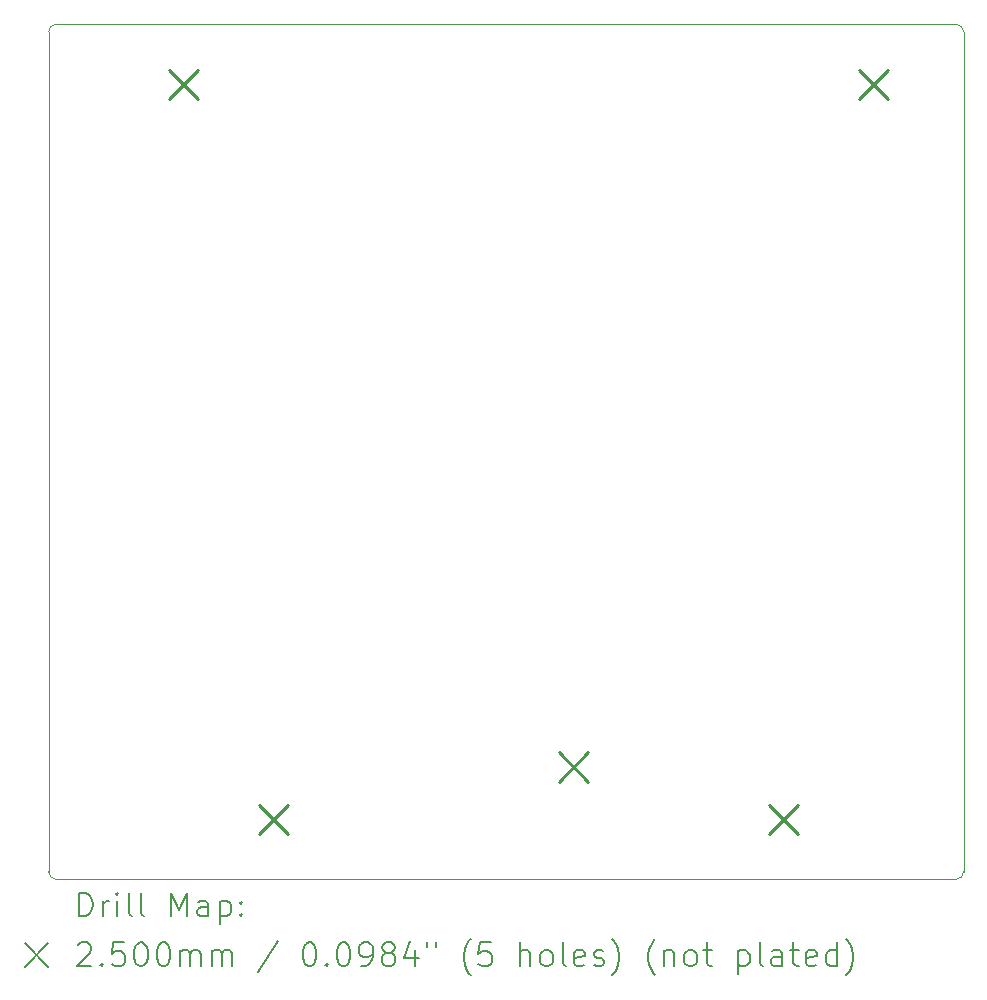
<source format=gbr>
%TF.GenerationSoftware,KiCad,Pcbnew,7.0.11-7.0.11~ubuntu20.04.1*%
%TF.CreationDate,2024-08-17T18:13:59+02:00*%
%TF.ProjectId,kicad-kria-pi4-ext,6b696361-642d-46b7-9269-612d7069342d,1.0*%
%TF.SameCoordinates,Original*%
%TF.FileFunction,Drillmap*%
%TF.FilePolarity,Positive*%
%FSLAX45Y45*%
G04 Gerber Fmt 4.5, Leading zero omitted, Abs format (unit mm)*
G04 Created by KiCad (PCBNEW 7.0.11-7.0.11~ubuntu20.04.1) date 2024-08-17 18:13:59*
%MOMM*%
%LPD*%
G01*
G04 APERTURE LIST*
%ADD10C,0.050000*%
%ADD11C,0.200000*%
%ADD12C,0.250000*%
G04 APERTURE END LIST*
D10*
X16192500Y-11684000D02*
G75*
G03*
X16256000Y-11620500I0J63500D01*
G01*
X16192500Y-11684000D02*
X8572500Y-11684000D01*
X8572500Y-4445000D02*
G75*
G03*
X8509000Y-4508500I0J-63500D01*
G01*
X8509000Y-11620500D02*
G75*
G03*
X8572500Y-11684000I63500J0D01*
G01*
X8572500Y-4445000D02*
X16192500Y-4445000D01*
X16256000Y-4508500D02*
G75*
G03*
X16192500Y-4445000I-63500J0D01*
G01*
X8509000Y-11620500D02*
X8509000Y-4508500D01*
X16256000Y-4508500D02*
X16256000Y-11620500D01*
D11*
D12*
X9527000Y-4828000D02*
X9777000Y-5078000D01*
X9777000Y-4828000D02*
X9527000Y-5078000D01*
X10289000Y-11051000D02*
X10539000Y-11301000D01*
X10539000Y-11051000D02*
X10289000Y-11301000D01*
X12829000Y-10606500D02*
X13079000Y-10856500D01*
X13079000Y-10606500D02*
X12829000Y-10856500D01*
X14607000Y-11051000D02*
X14857000Y-11301000D01*
X14857000Y-11051000D02*
X14607000Y-11301000D01*
X15369000Y-4828000D02*
X15619000Y-5078000D01*
X15619000Y-4828000D02*
X15369000Y-5078000D01*
D11*
X8767277Y-11997984D02*
X8767277Y-11797984D01*
X8767277Y-11797984D02*
X8814896Y-11797984D01*
X8814896Y-11797984D02*
X8843467Y-11807508D01*
X8843467Y-11807508D02*
X8862515Y-11826555D01*
X8862515Y-11826555D02*
X8872039Y-11845603D01*
X8872039Y-11845603D02*
X8881563Y-11883698D01*
X8881563Y-11883698D02*
X8881563Y-11912269D01*
X8881563Y-11912269D02*
X8872039Y-11950365D01*
X8872039Y-11950365D02*
X8862515Y-11969412D01*
X8862515Y-11969412D02*
X8843467Y-11988460D01*
X8843467Y-11988460D02*
X8814896Y-11997984D01*
X8814896Y-11997984D02*
X8767277Y-11997984D01*
X8967277Y-11997984D02*
X8967277Y-11864650D01*
X8967277Y-11902746D02*
X8976801Y-11883698D01*
X8976801Y-11883698D02*
X8986324Y-11874174D01*
X8986324Y-11874174D02*
X9005372Y-11864650D01*
X9005372Y-11864650D02*
X9024420Y-11864650D01*
X9091086Y-11997984D02*
X9091086Y-11864650D01*
X9091086Y-11797984D02*
X9081563Y-11807508D01*
X9081563Y-11807508D02*
X9091086Y-11817031D01*
X9091086Y-11817031D02*
X9100610Y-11807508D01*
X9100610Y-11807508D02*
X9091086Y-11797984D01*
X9091086Y-11797984D02*
X9091086Y-11817031D01*
X9214896Y-11997984D02*
X9195848Y-11988460D01*
X9195848Y-11988460D02*
X9186324Y-11969412D01*
X9186324Y-11969412D02*
X9186324Y-11797984D01*
X9319658Y-11997984D02*
X9300610Y-11988460D01*
X9300610Y-11988460D02*
X9291086Y-11969412D01*
X9291086Y-11969412D02*
X9291086Y-11797984D01*
X9548229Y-11997984D02*
X9548229Y-11797984D01*
X9548229Y-11797984D02*
X9614896Y-11940841D01*
X9614896Y-11940841D02*
X9681563Y-11797984D01*
X9681563Y-11797984D02*
X9681563Y-11997984D01*
X9862515Y-11997984D02*
X9862515Y-11893222D01*
X9862515Y-11893222D02*
X9852991Y-11874174D01*
X9852991Y-11874174D02*
X9833944Y-11864650D01*
X9833944Y-11864650D02*
X9795848Y-11864650D01*
X9795848Y-11864650D02*
X9776801Y-11874174D01*
X9862515Y-11988460D02*
X9843467Y-11997984D01*
X9843467Y-11997984D02*
X9795848Y-11997984D01*
X9795848Y-11997984D02*
X9776801Y-11988460D01*
X9776801Y-11988460D02*
X9767277Y-11969412D01*
X9767277Y-11969412D02*
X9767277Y-11950365D01*
X9767277Y-11950365D02*
X9776801Y-11931317D01*
X9776801Y-11931317D02*
X9795848Y-11921793D01*
X9795848Y-11921793D02*
X9843467Y-11921793D01*
X9843467Y-11921793D02*
X9862515Y-11912269D01*
X9957753Y-11864650D02*
X9957753Y-12064650D01*
X9957753Y-11874174D02*
X9976801Y-11864650D01*
X9976801Y-11864650D02*
X10014896Y-11864650D01*
X10014896Y-11864650D02*
X10033944Y-11874174D01*
X10033944Y-11874174D02*
X10043467Y-11883698D01*
X10043467Y-11883698D02*
X10052991Y-11902746D01*
X10052991Y-11902746D02*
X10052991Y-11959888D01*
X10052991Y-11959888D02*
X10043467Y-11978936D01*
X10043467Y-11978936D02*
X10033944Y-11988460D01*
X10033944Y-11988460D02*
X10014896Y-11997984D01*
X10014896Y-11997984D02*
X9976801Y-11997984D01*
X9976801Y-11997984D02*
X9957753Y-11988460D01*
X10138705Y-11978936D02*
X10148229Y-11988460D01*
X10148229Y-11988460D02*
X10138705Y-11997984D01*
X10138705Y-11997984D02*
X10129182Y-11988460D01*
X10129182Y-11988460D02*
X10138705Y-11978936D01*
X10138705Y-11978936D02*
X10138705Y-11997984D01*
X10138705Y-11874174D02*
X10148229Y-11883698D01*
X10148229Y-11883698D02*
X10138705Y-11893222D01*
X10138705Y-11893222D02*
X10129182Y-11883698D01*
X10129182Y-11883698D02*
X10138705Y-11874174D01*
X10138705Y-11874174D02*
X10138705Y-11893222D01*
X8306500Y-12226500D02*
X8506500Y-12426500D01*
X8506500Y-12226500D02*
X8306500Y-12426500D01*
X8757753Y-12237031D02*
X8767277Y-12227508D01*
X8767277Y-12227508D02*
X8786324Y-12217984D01*
X8786324Y-12217984D02*
X8833944Y-12217984D01*
X8833944Y-12217984D02*
X8852991Y-12227508D01*
X8852991Y-12227508D02*
X8862515Y-12237031D01*
X8862515Y-12237031D02*
X8872039Y-12256079D01*
X8872039Y-12256079D02*
X8872039Y-12275127D01*
X8872039Y-12275127D02*
X8862515Y-12303698D01*
X8862515Y-12303698D02*
X8748229Y-12417984D01*
X8748229Y-12417984D02*
X8872039Y-12417984D01*
X8957753Y-12398936D02*
X8967277Y-12408460D01*
X8967277Y-12408460D02*
X8957753Y-12417984D01*
X8957753Y-12417984D02*
X8948229Y-12408460D01*
X8948229Y-12408460D02*
X8957753Y-12398936D01*
X8957753Y-12398936D02*
X8957753Y-12417984D01*
X9148229Y-12217984D02*
X9052991Y-12217984D01*
X9052991Y-12217984D02*
X9043467Y-12313222D01*
X9043467Y-12313222D02*
X9052991Y-12303698D01*
X9052991Y-12303698D02*
X9072039Y-12294174D01*
X9072039Y-12294174D02*
X9119658Y-12294174D01*
X9119658Y-12294174D02*
X9138705Y-12303698D01*
X9138705Y-12303698D02*
X9148229Y-12313222D01*
X9148229Y-12313222D02*
X9157753Y-12332269D01*
X9157753Y-12332269D02*
X9157753Y-12379888D01*
X9157753Y-12379888D02*
X9148229Y-12398936D01*
X9148229Y-12398936D02*
X9138705Y-12408460D01*
X9138705Y-12408460D02*
X9119658Y-12417984D01*
X9119658Y-12417984D02*
X9072039Y-12417984D01*
X9072039Y-12417984D02*
X9052991Y-12408460D01*
X9052991Y-12408460D02*
X9043467Y-12398936D01*
X9281563Y-12217984D02*
X9300610Y-12217984D01*
X9300610Y-12217984D02*
X9319658Y-12227508D01*
X9319658Y-12227508D02*
X9329182Y-12237031D01*
X9329182Y-12237031D02*
X9338705Y-12256079D01*
X9338705Y-12256079D02*
X9348229Y-12294174D01*
X9348229Y-12294174D02*
X9348229Y-12341793D01*
X9348229Y-12341793D02*
X9338705Y-12379888D01*
X9338705Y-12379888D02*
X9329182Y-12398936D01*
X9329182Y-12398936D02*
X9319658Y-12408460D01*
X9319658Y-12408460D02*
X9300610Y-12417984D01*
X9300610Y-12417984D02*
X9281563Y-12417984D01*
X9281563Y-12417984D02*
X9262515Y-12408460D01*
X9262515Y-12408460D02*
X9252991Y-12398936D01*
X9252991Y-12398936D02*
X9243467Y-12379888D01*
X9243467Y-12379888D02*
X9233944Y-12341793D01*
X9233944Y-12341793D02*
X9233944Y-12294174D01*
X9233944Y-12294174D02*
X9243467Y-12256079D01*
X9243467Y-12256079D02*
X9252991Y-12237031D01*
X9252991Y-12237031D02*
X9262515Y-12227508D01*
X9262515Y-12227508D02*
X9281563Y-12217984D01*
X9472039Y-12217984D02*
X9491086Y-12217984D01*
X9491086Y-12217984D02*
X9510134Y-12227508D01*
X9510134Y-12227508D02*
X9519658Y-12237031D01*
X9519658Y-12237031D02*
X9529182Y-12256079D01*
X9529182Y-12256079D02*
X9538705Y-12294174D01*
X9538705Y-12294174D02*
X9538705Y-12341793D01*
X9538705Y-12341793D02*
X9529182Y-12379888D01*
X9529182Y-12379888D02*
X9519658Y-12398936D01*
X9519658Y-12398936D02*
X9510134Y-12408460D01*
X9510134Y-12408460D02*
X9491086Y-12417984D01*
X9491086Y-12417984D02*
X9472039Y-12417984D01*
X9472039Y-12417984D02*
X9452991Y-12408460D01*
X9452991Y-12408460D02*
X9443467Y-12398936D01*
X9443467Y-12398936D02*
X9433944Y-12379888D01*
X9433944Y-12379888D02*
X9424420Y-12341793D01*
X9424420Y-12341793D02*
X9424420Y-12294174D01*
X9424420Y-12294174D02*
X9433944Y-12256079D01*
X9433944Y-12256079D02*
X9443467Y-12237031D01*
X9443467Y-12237031D02*
X9452991Y-12227508D01*
X9452991Y-12227508D02*
X9472039Y-12217984D01*
X9624420Y-12417984D02*
X9624420Y-12284650D01*
X9624420Y-12303698D02*
X9633944Y-12294174D01*
X9633944Y-12294174D02*
X9652991Y-12284650D01*
X9652991Y-12284650D02*
X9681563Y-12284650D01*
X9681563Y-12284650D02*
X9700610Y-12294174D01*
X9700610Y-12294174D02*
X9710134Y-12313222D01*
X9710134Y-12313222D02*
X9710134Y-12417984D01*
X9710134Y-12313222D02*
X9719658Y-12294174D01*
X9719658Y-12294174D02*
X9738705Y-12284650D01*
X9738705Y-12284650D02*
X9767277Y-12284650D01*
X9767277Y-12284650D02*
X9786325Y-12294174D01*
X9786325Y-12294174D02*
X9795848Y-12313222D01*
X9795848Y-12313222D02*
X9795848Y-12417984D01*
X9891086Y-12417984D02*
X9891086Y-12284650D01*
X9891086Y-12303698D02*
X9900610Y-12294174D01*
X9900610Y-12294174D02*
X9919658Y-12284650D01*
X9919658Y-12284650D02*
X9948229Y-12284650D01*
X9948229Y-12284650D02*
X9967277Y-12294174D01*
X9967277Y-12294174D02*
X9976801Y-12313222D01*
X9976801Y-12313222D02*
X9976801Y-12417984D01*
X9976801Y-12313222D02*
X9986325Y-12294174D01*
X9986325Y-12294174D02*
X10005372Y-12284650D01*
X10005372Y-12284650D02*
X10033944Y-12284650D01*
X10033944Y-12284650D02*
X10052991Y-12294174D01*
X10052991Y-12294174D02*
X10062515Y-12313222D01*
X10062515Y-12313222D02*
X10062515Y-12417984D01*
X10452991Y-12208460D02*
X10281563Y-12465603D01*
X10710134Y-12217984D02*
X10729182Y-12217984D01*
X10729182Y-12217984D02*
X10748229Y-12227508D01*
X10748229Y-12227508D02*
X10757753Y-12237031D01*
X10757753Y-12237031D02*
X10767277Y-12256079D01*
X10767277Y-12256079D02*
X10776801Y-12294174D01*
X10776801Y-12294174D02*
X10776801Y-12341793D01*
X10776801Y-12341793D02*
X10767277Y-12379888D01*
X10767277Y-12379888D02*
X10757753Y-12398936D01*
X10757753Y-12398936D02*
X10748229Y-12408460D01*
X10748229Y-12408460D02*
X10729182Y-12417984D01*
X10729182Y-12417984D02*
X10710134Y-12417984D01*
X10710134Y-12417984D02*
X10691087Y-12408460D01*
X10691087Y-12408460D02*
X10681563Y-12398936D01*
X10681563Y-12398936D02*
X10672039Y-12379888D01*
X10672039Y-12379888D02*
X10662515Y-12341793D01*
X10662515Y-12341793D02*
X10662515Y-12294174D01*
X10662515Y-12294174D02*
X10672039Y-12256079D01*
X10672039Y-12256079D02*
X10681563Y-12237031D01*
X10681563Y-12237031D02*
X10691087Y-12227508D01*
X10691087Y-12227508D02*
X10710134Y-12217984D01*
X10862515Y-12398936D02*
X10872039Y-12408460D01*
X10872039Y-12408460D02*
X10862515Y-12417984D01*
X10862515Y-12417984D02*
X10852991Y-12408460D01*
X10852991Y-12408460D02*
X10862515Y-12398936D01*
X10862515Y-12398936D02*
X10862515Y-12417984D01*
X10995848Y-12217984D02*
X11014896Y-12217984D01*
X11014896Y-12217984D02*
X11033944Y-12227508D01*
X11033944Y-12227508D02*
X11043468Y-12237031D01*
X11043468Y-12237031D02*
X11052991Y-12256079D01*
X11052991Y-12256079D02*
X11062515Y-12294174D01*
X11062515Y-12294174D02*
X11062515Y-12341793D01*
X11062515Y-12341793D02*
X11052991Y-12379888D01*
X11052991Y-12379888D02*
X11043468Y-12398936D01*
X11043468Y-12398936D02*
X11033944Y-12408460D01*
X11033944Y-12408460D02*
X11014896Y-12417984D01*
X11014896Y-12417984D02*
X10995848Y-12417984D01*
X10995848Y-12417984D02*
X10976801Y-12408460D01*
X10976801Y-12408460D02*
X10967277Y-12398936D01*
X10967277Y-12398936D02*
X10957753Y-12379888D01*
X10957753Y-12379888D02*
X10948229Y-12341793D01*
X10948229Y-12341793D02*
X10948229Y-12294174D01*
X10948229Y-12294174D02*
X10957753Y-12256079D01*
X10957753Y-12256079D02*
X10967277Y-12237031D01*
X10967277Y-12237031D02*
X10976801Y-12227508D01*
X10976801Y-12227508D02*
X10995848Y-12217984D01*
X11157753Y-12417984D02*
X11195848Y-12417984D01*
X11195848Y-12417984D02*
X11214896Y-12408460D01*
X11214896Y-12408460D02*
X11224420Y-12398936D01*
X11224420Y-12398936D02*
X11243467Y-12370365D01*
X11243467Y-12370365D02*
X11252991Y-12332269D01*
X11252991Y-12332269D02*
X11252991Y-12256079D01*
X11252991Y-12256079D02*
X11243467Y-12237031D01*
X11243467Y-12237031D02*
X11233944Y-12227508D01*
X11233944Y-12227508D02*
X11214896Y-12217984D01*
X11214896Y-12217984D02*
X11176801Y-12217984D01*
X11176801Y-12217984D02*
X11157753Y-12227508D01*
X11157753Y-12227508D02*
X11148229Y-12237031D01*
X11148229Y-12237031D02*
X11138706Y-12256079D01*
X11138706Y-12256079D02*
X11138706Y-12303698D01*
X11138706Y-12303698D02*
X11148229Y-12322746D01*
X11148229Y-12322746D02*
X11157753Y-12332269D01*
X11157753Y-12332269D02*
X11176801Y-12341793D01*
X11176801Y-12341793D02*
X11214896Y-12341793D01*
X11214896Y-12341793D02*
X11233944Y-12332269D01*
X11233944Y-12332269D02*
X11243467Y-12322746D01*
X11243467Y-12322746D02*
X11252991Y-12303698D01*
X11367277Y-12303698D02*
X11348229Y-12294174D01*
X11348229Y-12294174D02*
X11338706Y-12284650D01*
X11338706Y-12284650D02*
X11329182Y-12265603D01*
X11329182Y-12265603D02*
X11329182Y-12256079D01*
X11329182Y-12256079D02*
X11338706Y-12237031D01*
X11338706Y-12237031D02*
X11348229Y-12227508D01*
X11348229Y-12227508D02*
X11367277Y-12217984D01*
X11367277Y-12217984D02*
X11405372Y-12217984D01*
X11405372Y-12217984D02*
X11424420Y-12227508D01*
X11424420Y-12227508D02*
X11433944Y-12237031D01*
X11433944Y-12237031D02*
X11443467Y-12256079D01*
X11443467Y-12256079D02*
X11443467Y-12265603D01*
X11443467Y-12265603D02*
X11433944Y-12284650D01*
X11433944Y-12284650D02*
X11424420Y-12294174D01*
X11424420Y-12294174D02*
X11405372Y-12303698D01*
X11405372Y-12303698D02*
X11367277Y-12303698D01*
X11367277Y-12303698D02*
X11348229Y-12313222D01*
X11348229Y-12313222D02*
X11338706Y-12322746D01*
X11338706Y-12322746D02*
X11329182Y-12341793D01*
X11329182Y-12341793D02*
X11329182Y-12379888D01*
X11329182Y-12379888D02*
X11338706Y-12398936D01*
X11338706Y-12398936D02*
X11348229Y-12408460D01*
X11348229Y-12408460D02*
X11367277Y-12417984D01*
X11367277Y-12417984D02*
X11405372Y-12417984D01*
X11405372Y-12417984D02*
X11424420Y-12408460D01*
X11424420Y-12408460D02*
X11433944Y-12398936D01*
X11433944Y-12398936D02*
X11443467Y-12379888D01*
X11443467Y-12379888D02*
X11443467Y-12341793D01*
X11443467Y-12341793D02*
X11433944Y-12322746D01*
X11433944Y-12322746D02*
X11424420Y-12313222D01*
X11424420Y-12313222D02*
X11405372Y-12303698D01*
X11614896Y-12284650D02*
X11614896Y-12417984D01*
X11567277Y-12208460D02*
X11519658Y-12351317D01*
X11519658Y-12351317D02*
X11643467Y-12351317D01*
X11710134Y-12217984D02*
X11710134Y-12256079D01*
X11786325Y-12217984D02*
X11786325Y-12256079D01*
X12081563Y-12494174D02*
X12072039Y-12484650D01*
X12072039Y-12484650D02*
X12052991Y-12456079D01*
X12052991Y-12456079D02*
X12043468Y-12437031D01*
X12043468Y-12437031D02*
X12033944Y-12408460D01*
X12033944Y-12408460D02*
X12024420Y-12360841D01*
X12024420Y-12360841D02*
X12024420Y-12322746D01*
X12024420Y-12322746D02*
X12033944Y-12275127D01*
X12033944Y-12275127D02*
X12043468Y-12246555D01*
X12043468Y-12246555D02*
X12052991Y-12227508D01*
X12052991Y-12227508D02*
X12072039Y-12198936D01*
X12072039Y-12198936D02*
X12081563Y-12189412D01*
X12252991Y-12217984D02*
X12157753Y-12217984D01*
X12157753Y-12217984D02*
X12148229Y-12313222D01*
X12148229Y-12313222D02*
X12157753Y-12303698D01*
X12157753Y-12303698D02*
X12176801Y-12294174D01*
X12176801Y-12294174D02*
X12224420Y-12294174D01*
X12224420Y-12294174D02*
X12243468Y-12303698D01*
X12243468Y-12303698D02*
X12252991Y-12313222D01*
X12252991Y-12313222D02*
X12262515Y-12332269D01*
X12262515Y-12332269D02*
X12262515Y-12379888D01*
X12262515Y-12379888D02*
X12252991Y-12398936D01*
X12252991Y-12398936D02*
X12243468Y-12408460D01*
X12243468Y-12408460D02*
X12224420Y-12417984D01*
X12224420Y-12417984D02*
X12176801Y-12417984D01*
X12176801Y-12417984D02*
X12157753Y-12408460D01*
X12157753Y-12408460D02*
X12148229Y-12398936D01*
X12500610Y-12417984D02*
X12500610Y-12217984D01*
X12586325Y-12417984D02*
X12586325Y-12313222D01*
X12586325Y-12313222D02*
X12576801Y-12294174D01*
X12576801Y-12294174D02*
X12557753Y-12284650D01*
X12557753Y-12284650D02*
X12529182Y-12284650D01*
X12529182Y-12284650D02*
X12510134Y-12294174D01*
X12510134Y-12294174D02*
X12500610Y-12303698D01*
X12710134Y-12417984D02*
X12691087Y-12408460D01*
X12691087Y-12408460D02*
X12681563Y-12398936D01*
X12681563Y-12398936D02*
X12672039Y-12379888D01*
X12672039Y-12379888D02*
X12672039Y-12322746D01*
X12672039Y-12322746D02*
X12681563Y-12303698D01*
X12681563Y-12303698D02*
X12691087Y-12294174D01*
X12691087Y-12294174D02*
X12710134Y-12284650D01*
X12710134Y-12284650D02*
X12738706Y-12284650D01*
X12738706Y-12284650D02*
X12757753Y-12294174D01*
X12757753Y-12294174D02*
X12767277Y-12303698D01*
X12767277Y-12303698D02*
X12776801Y-12322746D01*
X12776801Y-12322746D02*
X12776801Y-12379888D01*
X12776801Y-12379888D02*
X12767277Y-12398936D01*
X12767277Y-12398936D02*
X12757753Y-12408460D01*
X12757753Y-12408460D02*
X12738706Y-12417984D01*
X12738706Y-12417984D02*
X12710134Y-12417984D01*
X12891087Y-12417984D02*
X12872039Y-12408460D01*
X12872039Y-12408460D02*
X12862515Y-12389412D01*
X12862515Y-12389412D02*
X12862515Y-12217984D01*
X13043468Y-12408460D02*
X13024420Y-12417984D01*
X13024420Y-12417984D02*
X12986325Y-12417984D01*
X12986325Y-12417984D02*
X12967277Y-12408460D01*
X12967277Y-12408460D02*
X12957753Y-12389412D01*
X12957753Y-12389412D02*
X12957753Y-12313222D01*
X12957753Y-12313222D02*
X12967277Y-12294174D01*
X12967277Y-12294174D02*
X12986325Y-12284650D01*
X12986325Y-12284650D02*
X13024420Y-12284650D01*
X13024420Y-12284650D02*
X13043468Y-12294174D01*
X13043468Y-12294174D02*
X13052991Y-12313222D01*
X13052991Y-12313222D02*
X13052991Y-12332269D01*
X13052991Y-12332269D02*
X12957753Y-12351317D01*
X13129182Y-12408460D02*
X13148230Y-12417984D01*
X13148230Y-12417984D02*
X13186325Y-12417984D01*
X13186325Y-12417984D02*
X13205372Y-12408460D01*
X13205372Y-12408460D02*
X13214896Y-12389412D01*
X13214896Y-12389412D02*
X13214896Y-12379888D01*
X13214896Y-12379888D02*
X13205372Y-12360841D01*
X13205372Y-12360841D02*
X13186325Y-12351317D01*
X13186325Y-12351317D02*
X13157753Y-12351317D01*
X13157753Y-12351317D02*
X13138706Y-12341793D01*
X13138706Y-12341793D02*
X13129182Y-12322746D01*
X13129182Y-12322746D02*
X13129182Y-12313222D01*
X13129182Y-12313222D02*
X13138706Y-12294174D01*
X13138706Y-12294174D02*
X13157753Y-12284650D01*
X13157753Y-12284650D02*
X13186325Y-12284650D01*
X13186325Y-12284650D02*
X13205372Y-12294174D01*
X13281563Y-12494174D02*
X13291087Y-12484650D01*
X13291087Y-12484650D02*
X13310134Y-12456079D01*
X13310134Y-12456079D02*
X13319658Y-12437031D01*
X13319658Y-12437031D02*
X13329182Y-12408460D01*
X13329182Y-12408460D02*
X13338706Y-12360841D01*
X13338706Y-12360841D02*
X13338706Y-12322746D01*
X13338706Y-12322746D02*
X13329182Y-12275127D01*
X13329182Y-12275127D02*
X13319658Y-12246555D01*
X13319658Y-12246555D02*
X13310134Y-12227508D01*
X13310134Y-12227508D02*
X13291087Y-12198936D01*
X13291087Y-12198936D02*
X13281563Y-12189412D01*
X13643468Y-12494174D02*
X13633944Y-12484650D01*
X13633944Y-12484650D02*
X13614896Y-12456079D01*
X13614896Y-12456079D02*
X13605372Y-12437031D01*
X13605372Y-12437031D02*
X13595849Y-12408460D01*
X13595849Y-12408460D02*
X13586325Y-12360841D01*
X13586325Y-12360841D02*
X13586325Y-12322746D01*
X13586325Y-12322746D02*
X13595849Y-12275127D01*
X13595849Y-12275127D02*
X13605372Y-12246555D01*
X13605372Y-12246555D02*
X13614896Y-12227508D01*
X13614896Y-12227508D02*
X13633944Y-12198936D01*
X13633944Y-12198936D02*
X13643468Y-12189412D01*
X13719658Y-12284650D02*
X13719658Y-12417984D01*
X13719658Y-12303698D02*
X13729182Y-12294174D01*
X13729182Y-12294174D02*
X13748230Y-12284650D01*
X13748230Y-12284650D02*
X13776801Y-12284650D01*
X13776801Y-12284650D02*
X13795849Y-12294174D01*
X13795849Y-12294174D02*
X13805372Y-12313222D01*
X13805372Y-12313222D02*
X13805372Y-12417984D01*
X13929182Y-12417984D02*
X13910134Y-12408460D01*
X13910134Y-12408460D02*
X13900611Y-12398936D01*
X13900611Y-12398936D02*
X13891087Y-12379888D01*
X13891087Y-12379888D02*
X13891087Y-12322746D01*
X13891087Y-12322746D02*
X13900611Y-12303698D01*
X13900611Y-12303698D02*
X13910134Y-12294174D01*
X13910134Y-12294174D02*
X13929182Y-12284650D01*
X13929182Y-12284650D02*
X13957753Y-12284650D01*
X13957753Y-12284650D02*
X13976801Y-12294174D01*
X13976801Y-12294174D02*
X13986325Y-12303698D01*
X13986325Y-12303698D02*
X13995849Y-12322746D01*
X13995849Y-12322746D02*
X13995849Y-12379888D01*
X13995849Y-12379888D02*
X13986325Y-12398936D01*
X13986325Y-12398936D02*
X13976801Y-12408460D01*
X13976801Y-12408460D02*
X13957753Y-12417984D01*
X13957753Y-12417984D02*
X13929182Y-12417984D01*
X14052992Y-12284650D02*
X14129182Y-12284650D01*
X14081563Y-12217984D02*
X14081563Y-12389412D01*
X14081563Y-12389412D02*
X14091087Y-12408460D01*
X14091087Y-12408460D02*
X14110134Y-12417984D01*
X14110134Y-12417984D02*
X14129182Y-12417984D01*
X14348230Y-12284650D02*
X14348230Y-12484650D01*
X14348230Y-12294174D02*
X14367277Y-12284650D01*
X14367277Y-12284650D02*
X14405373Y-12284650D01*
X14405373Y-12284650D02*
X14424420Y-12294174D01*
X14424420Y-12294174D02*
X14433944Y-12303698D01*
X14433944Y-12303698D02*
X14443468Y-12322746D01*
X14443468Y-12322746D02*
X14443468Y-12379888D01*
X14443468Y-12379888D02*
X14433944Y-12398936D01*
X14433944Y-12398936D02*
X14424420Y-12408460D01*
X14424420Y-12408460D02*
X14405373Y-12417984D01*
X14405373Y-12417984D02*
X14367277Y-12417984D01*
X14367277Y-12417984D02*
X14348230Y-12408460D01*
X14557753Y-12417984D02*
X14538706Y-12408460D01*
X14538706Y-12408460D02*
X14529182Y-12389412D01*
X14529182Y-12389412D02*
X14529182Y-12217984D01*
X14719658Y-12417984D02*
X14719658Y-12313222D01*
X14719658Y-12313222D02*
X14710134Y-12294174D01*
X14710134Y-12294174D02*
X14691087Y-12284650D01*
X14691087Y-12284650D02*
X14652992Y-12284650D01*
X14652992Y-12284650D02*
X14633944Y-12294174D01*
X14719658Y-12408460D02*
X14700611Y-12417984D01*
X14700611Y-12417984D02*
X14652992Y-12417984D01*
X14652992Y-12417984D02*
X14633944Y-12408460D01*
X14633944Y-12408460D02*
X14624420Y-12389412D01*
X14624420Y-12389412D02*
X14624420Y-12370365D01*
X14624420Y-12370365D02*
X14633944Y-12351317D01*
X14633944Y-12351317D02*
X14652992Y-12341793D01*
X14652992Y-12341793D02*
X14700611Y-12341793D01*
X14700611Y-12341793D02*
X14719658Y-12332269D01*
X14786325Y-12284650D02*
X14862515Y-12284650D01*
X14814896Y-12217984D02*
X14814896Y-12389412D01*
X14814896Y-12389412D02*
X14824420Y-12408460D01*
X14824420Y-12408460D02*
X14843468Y-12417984D01*
X14843468Y-12417984D02*
X14862515Y-12417984D01*
X15005373Y-12408460D02*
X14986325Y-12417984D01*
X14986325Y-12417984D02*
X14948230Y-12417984D01*
X14948230Y-12417984D02*
X14929182Y-12408460D01*
X14929182Y-12408460D02*
X14919658Y-12389412D01*
X14919658Y-12389412D02*
X14919658Y-12313222D01*
X14919658Y-12313222D02*
X14929182Y-12294174D01*
X14929182Y-12294174D02*
X14948230Y-12284650D01*
X14948230Y-12284650D02*
X14986325Y-12284650D01*
X14986325Y-12284650D02*
X15005373Y-12294174D01*
X15005373Y-12294174D02*
X15014896Y-12313222D01*
X15014896Y-12313222D02*
X15014896Y-12332269D01*
X15014896Y-12332269D02*
X14919658Y-12351317D01*
X15186325Y-12417984D02*
X15186325Y-12217984D01*
X15186325Y-12408460D02*
X15167277Y-12417984D01*
X15167277Y-12417984D02*
X15129182Y-12417984D01*
X15129182Y-12417984D02*
X15110134Y-12408460D01*
X15110134Y-12408460D02*
X15100611Y-12398936D01*
X15100611Y-12398936D02*
X15091087Y-12379888D01*
X15091087Y-12379888D02*
X15091087Y-12322746D01*
X15091087Y-12322746D02*
X15100611Y-12303698D01*
X15100611Y-12303698D02*
X15110134Y-12294174D01*
X15110134Y-12294174D02*
X15129182Y-12284650D01*
X15129182Y-12284650D02*
X15167277Y-12284650D01*
X15167277Y-12284650D02*
X15186325Y-12294174D01*
X15262515Y-12494174D02*
X15272039Y-12484650D01*
X15272039Y-12484650D02*
X15291087Y-12456079D01*
X15291087Y-12456079D02*
X15300611Y-12437031D01*
X15300611Y-12437031D02*
X15310134Y-12408460D01*
X15310134Y-12408460D02*
X15319658Y-12360841D01*
X15319658Y-12360841D02*
X15319658Y-12322746D01*
X15319658Y-12322746D02*
X15310134Y-12275127D01*
X15310134Y-12275127D02*
X15300611Y-12246555D01*
X15300611Y-12246555D02*
X15291087Y-12227508D01*
X15291087Y-12227508D02*
X15272039Y-12198936D01*
X15272039Y-12198936D02*
X15262515Y-12189412D01*
M02*

</source>
